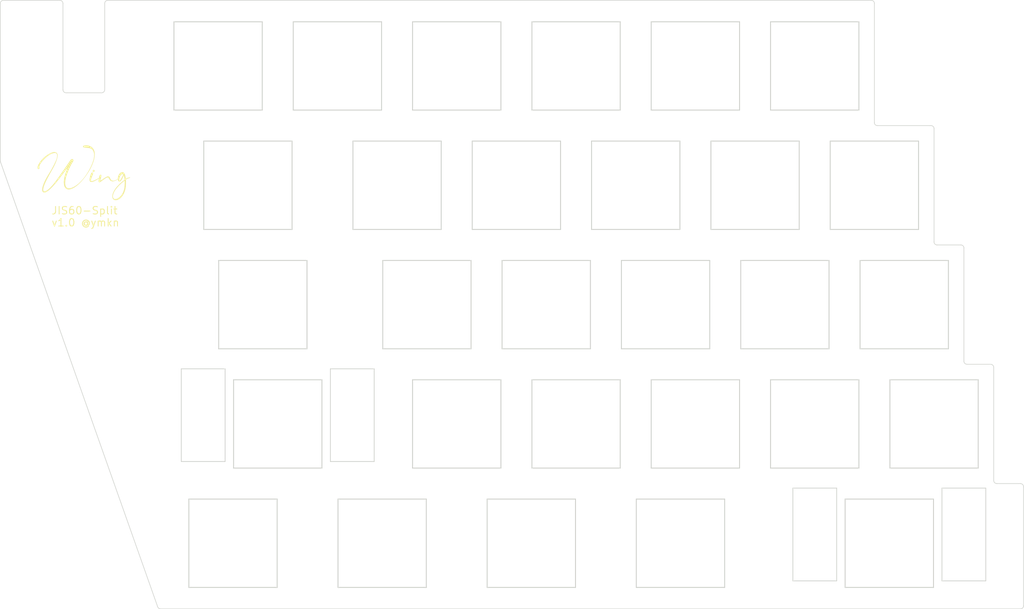
<source format=kicad_pcb>
(kicad_pcb (version 20221018) (generator pcbnew)
  (title_block (title "JIS60-Split_L Top Plate") (date "2023-05-29") (rev "1.0") (company "@ymkn"))
  (layers (0 "F.Cu" signal) (31 "B.Cu" signal) (34 "B.Paste" user) (35 "F.Paste" user) (36 "B.SilkS" user "B.Silkscreen") (37 "F.SilkS" user "F.Silkscreen") (38 "B.Mask" user) (39 "F.Mask" user) (44 "Edge.Cuts" user))
  (net 0 "")
  (footprint "kbd_Hole:m2_Screw_Hole" (layer "F.Cu") (at 142.975 102.98375)
    (fp_text reference "Ref**")
    (fp_text value "Val**")
    (pad "" np_thru_hole circle (at 0 0) (size 2.2 2.2) (drill 2.2) (layers "*.Cu" "*.Mask"))
  )
  (footprint "kbd_Hole:m2_Screw_Hole" (layer "F.Cu") (at 71.5375 103.46)
    (fp_text reference "Ref**")
    (fp_text value "Val**")
    (pad "" np_thru_hole circle (at 0 0) (size 2.2 2.2) (drill 2.2) (layers "*.Cu" "*.Mask"))
  )
  (footprint "kbd_SW_Hole:SW_Hole_1u" (layer "F.Cu") (at 123.825 52.3875)
    (fp_text reference "SW17" hide)
    (fp_text value "SW_Push" hide)
    (fp_line (start -7.05 -7.05) (end 7.05 -7.05) (stroke (width 0.15)) (layer "Edge.Cuts"))
    (fp_line (start -7.05 7.05) (end -7.05 -7.05) (stroke (width 0.15)) (layer "Edge.Cuts"))
    (fp_line (start 7.05 -7.05) (end 7.05 7.05) (stroke (width 0.15)) (layer "Edge.Cuts"))
    (fp_line (start 7.05 7.05) (end -7.05 7.05) (stroke (width 0.15)) (layer "Edge.Cuts"))
  )
  (footprint "kbd_SW_Hole:SW_Hole_1.75u" (layer "F.Cu") (at 64.29375 71.4375)
    (fp_text reference "SW3" hide)
    (fp_text value "SW_Push" hide)
    (fp_line (start -7.05 -7.05) (end 7.05 -7.05) (stroke (width 0.15)) (layer "Edge.Cuts"))
    (fp_line (start -7.05 7.05) (end -7.05 -7.05) (stroke (width 0.15)) (layer "Edge.Cuts"))
    (fp_line (start 7.05 -7.05) (end 7.05 7.05) (stroke (width 0.15)) (layer "Edge.Cuts"))
    (fp_line (start 7.05 7.05) (end -7.05 7.05) (stroke (width 0.15)) (layer "Edge.Cuts"))
  )
  (footprint "kbd_SW_Hole:SW_Hole_1u" (layer "F.Cu") (at 133.35 33.3375)
    (fp_text reference "SW21" hide)
    (fp_text value "SW_Push" hide)
    (fp_line (start -7.05 -7.05) (end 7.05 -7.05) (stroke (width 0.15)) (layer "Edge.Cuts"))
    (fp_line (start -7.05 7.05) (end -7.05 -7.05) (stroke (width 0.15)) (layer "Edge.Cuts"))
    (fp_line (start 7.05 -7.05) (end 7.05 7.05) (stroke (width 0.15)) (layer "Edge.Cuts"))
    (fp_line (start 7.05 7.05) (end -7.05 7.05) (stroke (width 0.15)) (layer "Edge.Cuts"))
  )
  (footprint "kbd_SW_Hole:SW_Hole_1.5u" (layer "F.Cu") (at 61.9125 52.3875)
    (fp_text reference "SW2" hide)
    (fp_text value "SW_Push" hide)
    (fp_line (start -7.05 -7.05) (end 7.05 -7.05) (stroke (width 0.15)) (layer "Edge.Cuts"))
    (fp_line (start -7.05 7.05) (end -7.05 -7.05) (stroke (width 0.15)) (layer "Edge.Cuts"))
    (fp_line (start 7.05 -7.05) (end 7.05 7.05) (stroke (width 0.15)) (layer "Edge.Cuts"))
    (fp_line (start 7.05 7.05) (end -7.05 7.05) (stroke (width 0.15)) (layer "Edge.Cuts"))
  )
  (footprint "kbd_SW_Hole:SW_Hole_1u" (layer "F.Cu") (at 95.25 90.4875)
    (fp_text reference "SW9" hide)
    (fp_text value "SW_Push" hide)
    (fp_line (start -7.05 -7.05) (end 7.05 -7.05) (stroke (width 0.15)) (layer "Edge.Cuts"))
    (fp_line (start -7.05 7.05) (end -7.05 -7.05) (stroke (width 0.15)) (layer "Edge.Cuts"))
    (fp_line (start 7.05 -7.05) (end 7.05 7.05) (stroke (width 0.15)) (layer "Edge.Cuts"))
    (fp_line (start 7.05 7.05) (end -7.05 7.05) (stroke (width 0.15)) (layer "Edge.Cuts"))
  )
  (footprint "kbd_SW_Hole:SW_Hole_1u" (layer "F.Cu") (at 147.6375 71.4375)
    (fp_text reference "SW23" hide)
    (fp_text value "SW_Push" hide)
    (fp_line (start -7.05 -7.05) (end 7.05 -7.05) (stroke (width 0.15)) (layer "Edge.Cuts"))
    (fp_line (start -7.05 7.05) (end -7.05 -7.05) (stroke (width 0.15)) (layer "Edge.Cuts"))
    (fp_line (start 7.05 -7.05) (end 7.05 7.05) (stroke (width 0.15)) (layer "Edge.Cuts"))
    (fp_line (start 7.05 7.05) (end -7.05 7.05) (stroke (width 0.15)) (layer "Edge.Cuts"))
  )
  (footprint "kbd_SW_Hole:SW_Hole_1.25u" (layer "F.Cu") (at 83.34375 109.5375)
    (fp_text reference "SW10" hide)
    (fp_text value "SW_Push" hide)
    (fp_line (start -7.05 -7.05) (end 7.05 -7.05) (stroke (width 0.15)) (layer "Edge.Cuts"))
    (fp_line (start -7.05 7.05) (end -7.05 -7.05) (stroke (width 0.15)) (layer "Edge.Cuts"))
    (fp_line (start 7.05 -7.05) (end 7.05 7.05) (stroke (width 0.15)) (layer "Edge.Cuts"))
    (fp_line (start 7.05 7.05) (end -7.05 7.05) (stroke (width 0.15)) (layer "Edge.Cuts"))
  )
  (footprint "kbd_SW_Hole:SW_Hole_1u" (layer "F.Cu") (at 166.6875 71.4375)
    (fp_text reference "SW28" hide)
    (fp_text value "SW_Push" hide)
    (fp_line (start -7.05 -7.05) (end 7.05 -7.05) (stroke (width 0.15)) (layer "Edge.Cuts"))
    (fp_line (start -7.05 7.05) (end -7.05 -7.05) (stroke (width 0.15)) (layer "Edge.Cuts"))
    (fp_line (start 7.05 -7.05) (end 7.05 7.05) (stroke (width 0.15)) (layer "Edge.Cuts"))
    (fp_line (start 7.05 7.05) (end -7.05 7.05) (stroke (width 0.15)) (layer "Edge.Cuts"))
  )
  (footprint "kbd_SW_Hole:SW_Hole_1u" (layer "F.Cu") (at 109.5375 71.4375)
    (fp_text reference "SW13" hide)
    (fp_text value "SW_Push" hide)
    (fp_line (start -7.05 -7.05) (end 7.05 -7.05) (stroke (width 0.15)) (layer "Edge.Cuts"))
    (fp_line (start -7.05 7.05) (end -7.05 -7.05) (stroke (width 0.15)) (layer "Edge.Cuts"))
    (fp_line (start 7.05 -7.05) (end 7.05 7.05) (stroke (width 0.15)) (layer "Edge.Cuts"))
    (fp_line (start 7.05 7.05) (end -7.05 7.05) (stroke (width 0.15)) (layer "Edge.Cuts"))
  )
  (footprint "kbd_SW_Hole:SW_Hole_1u" (layer "F.Cu") (at 76.2 33.3375)
    (fp_text reference "SW6" hide)
    (fp_text value "SW_Push" hide)
    (fp_line (start -7.05 -7.05) (end 7.05 -7.05) (stroke (width 0.15)) (layer "Edge.Cuts"))
    (fp_line (start -7.05 7.05) (end -7.05 -7.05) (stroke (width 0.15)) (layer "Edge.Cuts"))
    (fp_line (start 7.05 -7.05) (end 7.05 7.05) (stroke (width 0.15)) (layer "Edge.Cuts"))
    (fp_line (start 7.05 7.05) (end -7.05 7.05) (stroke (width 0.15)) (layer "Edge.Cuts"))
  )
  (footprint "kbd_SW_Hole:SW_Hole_1u" (layer "F.Cu") (at 171.45 90.4875)
    (fp_text reference "SW29" hide)
    (fp_text value "SW_Push" hide)
    (fp_line (start -7.05 -7.05) (end 7.05 -7.05) (stroke (width 0.15)) (layer "Edge.Cuts"))
    (fp_line (start -7.05 7.05) (end -7.05 -7.05) (stroke (width 0.15)) (layer "Edge.Cuts"))
    (fp_line (start 7.05 -7.05) (end 7.05 7.05) (stroke (width 0.15)) (layer "Edge.Cuts"))
    (fp_line (start 7.05 7.05) (end -7.05 7.05) (stroke (width 0.15)) (layer "Edge.Cuts"))
  )
  (footprint "kbd_SW_Hole:SW_Hole_1u" (layer "F.Cu") (at 95.25 33.3375)
    (fp_text reference "SW11" hide)
    (fp_text value "SW_Push" hide)
    (fp_line (start -7.05 -7.05) (end 7.05 -7.05) (stroke (width 0.15)) (layer "Edge.Cuts"))
    (fp_line (start -7.05 7.05) (end -7.05 -7.05) (stroke (width 0.15)) (layer "Edge.Cuts"))
    (fp_line (start 7.05 -7.05) (end 7.05 7.05) (stroke (width 0.15)) (layer "Edge.Cuts"))
    (fp_line (start 7.05 7.05) (end -7.05 7.05) (stroke (width 0.15)) (layer "Edge.Cuts"))
  )
  (footprint "kbd_SW_Hole:SW_Hole_1u" (layer "F.Cu") (at 104.775 52.3875)
    (fp_text reference "SW12" hide)
    (fp_text value "SW_Push" hide)
    (fp_line (start -7.05 -7.05) (end 7.05 -7.05) (stroke (width 0.15)) (layer "Edge.Cuts"))
    (fp_line (start -7.05 7.05) (end -7.05 -7.05) (stroke (width 0.15)) (layer "Edge.Cuts"))
    (fp_line (start 7.05 -7.05) (end 7.05 7.05) (stroke (width 0.15)) (layer "Edge.Cuts"))
    (fp_line (start 7.05 7.05) (end -7.05 7.05) (stroke (width 0.15)) (layer "Edge.Cuts"))
  )
  (footprint "kbd_Hole:m2_Screw_Hole" (layer "F.Cu") (at 66.775 42.5)
    (fp_text reference "Ref**")
    (fp_text value "Val**")
    (pad "" np_thru_hole circle (at 0 0) (size 2.2 2.2) (drill 2.2) (layers "*.Cu" "*.Mask"))
  )
  (footprint "kbd_SW_Hole:SW_Hole_1u" (layer "F.Cu") (at 152.4 33.3375)
    (fp_text reference "SW26" hide)
    (fp_text value "SW_Push" hide)
    (fp_line (start -7.05 -7.05) (end 7.05 -7.05) (stroke (width 0.15)) (layer "Edge.Cuts"))
    (fp_line (start -7.05 7.05) (end -7.05 -7.05) (stroke (width 0.15)) (layer "Edge.Cuts"))
    (fp_line (start 7.05 -7.05) (end 7.05 7.05) (stroke (width 0.15)) (layer "Edge.Cuts"))
    (fp_line (start 7.05 7.05) (end -7.05 7.05) (stroke (width 0.15)) (layer "Edge.Cuts"))
  )
  (footprint "kbd_SW_Hole:SW_Hole_1u" (layer "F.Cu") (at 114.3 33.3375)
    (fp_text reference "SW16" hide)
    (fp_text value "SW_Push" hide)
    (fp_line (start -7.05 -7.05) (end 7.05 -7.05) (stroke (width 0.15)) (layer "Edge.Cuts"))
    (fp_line (start -7.05 7.05) (end -7.05 -7.05) (stroke (width 0.15)) (layer "Edge.Cuts"))
    (fp_line (start 7.05 -7.05) (end 7.05 7.05) (stroke (width 0.15)) (layer "Edge.Cuts"))
    (fp_line (start 7.05 7.05) (end -7.05 7.05) (stroke (width 0.15)) (layer "Edge.Cuts"))
  )
  (footprint "kbd_SW_Hole:SW_Hole_1u" (layer "F.Cu") (at 128.5875 71.4375)
    (fp_text reference "SW18" hide)
    (fp_text value "SW_Push" hide)
    (fp_line (start -7.05 -7.05) (end 7.05 -7.05) (stroke (width 0.15)) (layer "Edge.Cuts"))
    (fp_line (start -7.05 7.05) (end -7.05 -7.05) (stroke (width 0.15)) (layer "Edge.Cuts"))
    (fp_line (start 7.05 -7.05) (end 7.05 7.05) (stroke (width 0.15)) (layer "Edge.Cuts"))
    (fp_line (start 7.05 7.05) (end -7.05 7.05) (stroke (width 0.15)) (layer "Edge.Cuts"))
  )
  (footprint "kbd_Hole:m2_Screw_Hole" (layer "F.Cu") (at 152.5 43.4525)
    (fp_text reference "Ref**")
    (fp_text value "Val**")
    (pad "" np_thru_hole circle (at 0 0) (size 2.2 2.2) (drill 2.2) (layers "*.Cu" "*.Mask"))
  )
  (footprint "kbd_SW_Hole:SW_Hole_1u" (layer "F.Cu") (at 57.15 33.3375)
    (fp_text reference "SW1" hide)
    (fp_text value "SW_Push" hide)
    (fp_line (start -7.05 -7.05) (end 7.05 -7.05) (stroke (width 0.15)) (layer "Edge.Cuts"))
    (fp_line (start -7.05 7.05) (end -7.05 -7.05) (stroke (width 0.15)) (layer "Edge.Cuts"))
    (fp_line (start 7.05 -7.05) (end 7.05 7.05) (stroke (width 0.15)) (layer "Edge.Cuts"))
    (fp_line (start 7.05 7.05) (end -7.05 7.05) (stroke (width 0.15)) (layer "Edge.Cuts"))
  )
  (footprint "kbd_SW_Hole:SW_Hole_2u" (layer "F.Cu") (at 66.675 90.4875 180)
    (fp_text reference "SW4" hide)
    (fp_text value "SW_Push" hide)
    (fp_line (start -15.4 -6) (end -8.4 -6) (stroke (width 0.12)) (layer "Edge.Cuts"))
    (fp_line (start -15.4 8.8) (end -15.4 -6) (stroke (width 0.12)) (layer "Edge.Cuts"))
    (fp_line (start -8.4 -6) (end -8.4 8.8) (stroke (width 0.12)) (layer "Edge.Cuts"))
    (fp_line (start -8.4 8.8) (end -15.4 8.8) (stroke (width 0.12)) (layer "Edge.Cuts"))
    (fp_line (start -7.05 -7.05) (end 7.05 -7.05) (stroke (width 0.15)) (layer "Edge.Cuts"))
    (fp_line (start -7.05 7.05) (end -7.05 -7.05) (stroke (width 0.15)) (layer "Edge.Cuts"))
    (fp_line (start 7.05 -7.05) (end 7.05 7.05) (stroke (width 0.15)) (layer "Edge.Cuts"))
    (fp_line (start 7.05 7.05) (end -7.05 7.05) (stroke (width 0.15)) (layer "Edge.Cuts"))
    (fp_line (start 8.4 -6) (end 8.4 8.8) (stroke (width 0.12)) (layer "Edge.Cuts"))
    (fp_line (start 8.4 8.8) (end 15.4 8.8) (stroke (width 0.12)) (layer "Edge.Cuts"))
    (fp_line (start 15.4 -6) (end 8.4 -6) (stroke (width 0.12)) (layer "Edge.Cuts"))
    (fp_line (start 15.4 8.8) (end 15.4 -6) (stroke (width 0.12)) (layer "Edge.Cuts"))
  )
  (footprint "kbd_SW_Hole:SW_Hole_1.25u" (layer "F.Cu") (at 130.96875 109.5375)
    (fp_text reference "SW20" hide)
    (fp_text value "SW_Push" hide)
    (fp_line (start -7.05 -7.05) (end 7.05 -7.05) (stroke (width 0.15)) (layer "Edge.Cuts"))
    (fp_line (start -7.05 7.05) (end -7.05 -7.05) (stroke (width 0.15)) (layer "Edge.Cuts"))
    (fp_line (start 7.05 -7.05) (end 7.05 7.05) (stroke (width 0.15)) (layer "Edge.Cuts"))
    (fp_line (start 7.05 7.05) (end -7.05 7.05) (stroke (width 0.15)) (layer "Edge.Cuts"))
  )
  (footprint "kbd_SW_Hole:SW_Hole_1u" (layer "F.Cu") (at 161.925 52.3875)
    (fp_text reference "SW27" hide)
    (fp_text value "SW_Push" hide)
    (fp_line (start -7.05 -7.05) (end 7.05 -7.05) (stroke (width 0.15)) (layer "Edge.Cuts"))
    (fp_line (start -7.05 7.05) (end -7.05 -7.05) (stroke (width 0.15)) (layer "Edge.Cuts"))
    (fp_line (start 7.05 -7.05) (end 7.05 7.05) (stroke (width 0.15)) (layer "Edge.Cuts"))
    (fp_line (start 7.05 7.05) (end -7.05 7.05) (stroke (width 0.15)) (layer "Edge.Cuts"))
  )
  (footprint "kbd_SW_Hole:SW_Hole_1.25u" (layer "F.Cu") (at 59.53125 109.5375)
    (fp_text reference "SW5" hide)
    (fp_text value "SW_Push" hide)
    (fp_line (start -7.05 -7.05) (end 7.05 -7.05) (stroke (width 0.15)) (layer "Edge.Cuts"))
    (fp_line (start -7.05 7.05) (end -7.05 -7.05) (stroke (width 0.15)) (layer "Edge.Cuts"))
    (fp_line (start 7.05 -7.05) (end 7.05 7.05) (stroke (width 0.15)) (layer "Edge.Cuts"))
    (fp_line (start 7.05 7.05) (end -7.05 7.05) (stroke (width 0.15)) (layer "Edge.Cuts"))
  )
  (footprint "kbd_SW_Hole:SW_Hole_1u" (layer "F.Cu") (at 114.3 90.4875)
    (fp_text reference "SW14" hide)
    (fp_text value "SW_Push" hide)
    (fp_line (start -7.05 -7.05) (end 7.05 -7.05) (stroke (width 0.15)) (layer "Edge.Cuts"))
    (fp_line (start -7.05 7.05) (end -7.05 -7.05) (stroke (width 0.15)) (layer "Edge.Cuts"))
    (fp_line (start 7.05 -7.05) (end 7.05 7.05) (stroke (width 0.15)) (layer "Edge.Cuts"))
    (fp_line (start 7.05 7.05) (end -7.05 7.05) (stroke (width 0.15)) (layer "Edge.Cuts"))
  )
  (footprint "kbd_SW_Hole:SW_Hole_1.25u" (layer "F.Cu") (at 107.15625 109.5375)
    (fp_text reference "SW15" hide)
    (fp_text value "SW_Push" hide)
    (fp_line (start -7.05 -7.05) (end 7.05 -7.05) (stroke (width 0.15)) (layer "Edge.Cuts"))
    (fp_line (start -7.05 7.05) (end -7.05 -7.05) (stroke (width 0.15)) (layer "Edge.Cuts"))
    (fp_line (start 7.05 -7.05) (end 7.05 7.05) (stroke (width 0.15)) (layer "Edge.Cuts"))
    (fp_line (start 7.05 7.05) (end -7.05 7.05) (stroke (width 0.15)) (layer "Edge.Cuts"))
  )
  (footprint "kbd_SW_Hole:SW_Hole_1u" (layer "F.Cu") (at 133.35 90.4875)
    (fp_text reference "SW19" hide)
    (fp_text value "SW_Push" hide)
    (fp_line (start -7.05 -7.05) (end 7.05 -7.05) (stroke (width 0.15)) (layer "Edge.Cuts"))
    (fp_line (start -7.05 7.05) (end -7.05 -7.05) (stroke (width 0.15)) (layer "Edge.Cuts"))
    (fp_line (start 7.05 -7.05) (end 7.05 7.05) (stroke (width 0.15)) (layer "Edge.Cuts"))
    (fp_line (start 7.05 7.05) (end -7.05 7.05) (stroke (width 0.15)) (layer "Edge.Cuts"))
  )
  (footprint "kbd_SW_Hole:SW_Hole_1u" (layer "F.Cu") (at 85.725 52.3875)
    (fp_text reference "SW7" hide)
    (fp_text value "SW_Push" hide)
    (fp_line (start -7.05 -7.05) (end 7.05 -7.05) (stroke (width 0.15)) (layer "Edge.Cuts"))
    (fp_line (start -7.05 7.05) (end -7.05 -7.05) (stroke (width 0.15)) (layer "Edge.Cuts"))
    (fp_line (start 7.05 -7.05) (end 7.05 7.05) (stroke (width 0.15)) (layer "Edge.Cuts"))
    (fp_line (start 7.05 7.05) (end -7.05 7.05) (stroke (width 0.15)) (layer "Edge.Cuts"))
  )
  (footprint "kbd_SW_Hole:SW_Hole_2.25u" (layer "F.Cu") (at 164.30625 109.5375 180)
    (fp_text reference "SW25" hide)
    (fp_text value "SW_Push" hide)
    (fp_line (start -15.4 -6) (end -8.4 -6) (stroke (width 0.12)) (layer "Edge.Cuts"))
    (fp_line (start -15.4 8.8) (end -15.4 -6) (stroke (width 0.12)) (layer "Edge.Cuts"))
    (fp_line (start -8.4 -6) (end -8.4 8.8) (stroke (width 0.12)) (layer "Edge.Cuts"))
    (fp_line (start -8.4 8.8) (end -15.4 8.8) (stroke (width 0.12)) (layer "Edge.Cuts"))
    (fp_line (start -7.05 -7.05) (end 7.05 -7.05) (stroke (width 0.15)) (layer "Edge.Cuts"))
    (fp_line (start -7.05 7.05) (end -7.05 -7.05) (stroke (width 0.15)) (layer "Edge.Cuts"))
    (fp_line (start 7.05 -7.05) (end 7.05 7.05) (stroke (width 0.15)) (layer "Edge.Cuts"))
    (fp_line (start 7.05 7.05) (end -7.05 7.05) (stroke (width 0.15)) (layer "Edge.Cuts"))
    (fp_line (start 8.4 -6) (end 8.4 8.8) (stroke (width 0.12)) (layer "Edge.Cuts"))
    (fp_line (start 8.4 8.8) (end 15.4 8.8) (stroke (width 0.12)) (layer "Edge.Cuts"))
    (fp_line (start 15.4 -6) (end 8.4 -6) (stroke (width 0.12)) (layer "Edge.Cuts"))
    (fp_line (start 15.4 8.8) (end 15.4 -6) (stroke (width 0.12)) (layer "Edge.Cuts"))
  )
  (footprint "kbd_SW_Hole:SW_Hole_1u" (layer "F.Cu") (at 142.875 52.3875)
    (fp_text reference "SW22" hide)
    (fp_text value "SW_Push" hide)
    (fp_line (start -7.05 -7.05) (end 7.05 -7.05) (stroke (width 0.15)) (layer "Edge.Cuts"))
    (fp_line (start -7.05 7.05) (end -7.05 -7.05) (stroke (width 0.15)) (layer "Edge.Cuts"))
    (fp_line (start 7.05 -7.05) (end 7.05 7.05) (stroke (width 0.15)) (layer "Edge.Cuts"))
    (fp_line (start 7.05 7.05) (end -7.05 7.05) (stroke (width 0.15)) (layer "Edge.Cuts"))
  )
  (footprint "kbd_SW_Hole:SW_Hole_1u" (layer "F.Cu") (at 152.4 90.4875)
    (fp_text reference "SW24" hide)
    (fp_text value "SW_Push" hide)
    (fp_line (start -7.05 -7.05) (end 7.05 -7.05) (stroke (width 0.15)) (layer "Edge.Cuts"))
    (fp_line (start -7.05 7.05) (end -7.05 -7.05) (stroke (width 0.15)) (layer "Edge.Cuts"))
    (fp_line (start 7.05 -7.05) (end 7.05 7.05) (stroke (width 0.15)) (layer "Edge.Cuts"))
    (fp_line (start 7.05 7.05) (end -7.05 7.05) (stroke (width 0.15)) (layer "Edge.Cuts"))
  )
  (footprint "kbd_SW_Hole:SW_Hole_1u" (layer "F.Cu") (at 90.4875 71.4375)
    (fp_text reference "SW8" hide)
    (fp_text value "SW_Push" hide)
    (fp_line (start -7.05 -7.05) (end 7.05 -7.05) (stroke (width 0.15)) (layer "Edge.Cuts"))
    (fp_line (start -7.05 7.05) (end -7.05 -7.05) (stroke (width 0.15)) (layer "Edge.Cuts"))
    (fp_line (start 7.05 -7.05) (end 7.05 7.05) (stroke (width 0.15)) (layer "Edge.Cuts"))
    (fp_line (start 7.05 7.05) (end -7.05 7.05) (stroke (width 0.15)) (layer "Edge.Cuts"))
  )
  (footprint "JIS60-Split_Logo:JIS60-Split_Logo" (layer "F.Cu") (at 35.71875 50.4825)
    (fp_text reference "G***" hide)
    (fp_text value "LOGO" hide)
  )
  (gr_line (start 32.885 37.62375) (end 38.5525 37.62375) (stroke (width 0.1)) (layer "Edge.Cuts"))
  (gr_line (start 32.385 23.36) (end 32.385 37.12375) (stroke (width 0.1)) (layer "Edge.Cuts"))
  (gr_arc (start 22.38375 23.36) (mid 22.530197 23.006447) (end 22.88375 22.86) (stroke (width 0.1)) (layer "Edge.Cuts"))
  (gr_arc (start 39.0525 37.12375) (mid 38.906036 37.477271) (end 38.5525 37.62375) (stroke (width 0.1)) (layer "Edge.Cuts"))
  (gr_arc (start 185.2375 100.0125) (mid 185.591053 100.158947) (end 185.7375 100.5125) (stroke (width 0.1)) (layer "Edge.Cuts"))
  (gr_line (start 22.38375 48.490673) (end 22.38375 23.36) (stroke (width 0.1)) (layer "Edge.Cuts"))
  (gr_line (start 22.88375 22.86) (end 31.885 22.86) (stroke (width 0.1)) (layer "Edge.Cuts"))
  (gr_line (start 181.475 100.0125) (end 185.2375 100.0125) (stroke (width 0.1)) (layer "Edge.Cuts"))
  (gr_line (start 185.2375 120.015) (end 47.978629 120.015) (stroke (width 0.1)) (layer "Edge.Cuts"))
  (gr_arc (start 32.885 37.62375) (mid 32.531447 37.477303) (end 32.385 37.12375) (stroke (width 0.1)) (layer "Edge.Cuts"))
  (gr_arc (start 180.475 80.9625) (mid 180.828553 81.108947) (end 180.975 81.4625) (stroke (width 0.1)) (layer "Edge.Cuts"))
  (gr_arc (start 170.97375 42.8625) (mid 171.31051 43.00199) (end 171.45 43.33875) (stroke (width 0.1)) (layer "Edge.Cuts"))
  (gr_line (start 39.5525 22.86) (end 161.425 22.86) (stroke (width 0.1)) (layer "Edge.Cuts"))
  (gr_arc (start 181.475 100.0125) (mid 181.121447 99.866053) (end 180.975 99.5125) (stroke (width 0.1)) (layer "Edge.Cuts"))
  (gr_arc (start 185.7375 119.515) (mid 185.591053 119.868553) (end 185.2375 120.015) (stroke (width 0.1)) (layer "Edge.Cuts"))
  (gr_arc (start 31.885 22.86) (mid 32.238553 23.006447) (end 32.385 23.36) (stroke (width 0.1)) (layer "Edge.Cuts"))
  (gr_arc (start 171.92625 61.9125) (mid 171.58949 61.77301) (end 171.45 61.43625) (stroke (width 0.1)) (layer "Edge.Cuts"))
  (gr_arc (start 161.425 22.86) (mid 161.778553 23.006447) (end 161.925 23.36) (stroke (width 0.1)) (layer "Edge.Cuts"))
  (gr_arc (start 47.978629 120.015) (mid 47.689913 119.923219) (end 47.507191 119.681572) (stroke (width 0.1)) (layer "Edge.Cuts"))
  (gr_line (start 47.507191 119.681572) (end 22.413023 48.659244) (stroke (width 0.1)) (layer "Edge.Cuts"))
  (gr_line (start 171.92625 61.9125) (end 175.73625 61.9125) (stroke (width 0.1)) (layer "Edge.Cuts"))
  (gr_line (start 176.7125 80.9625) (end 180.475 80.9625) (stroke (width 0.1)) (layer "Edge.Cuts"))
  (gr_line (start 176.2125 62.38875) (end 176.2125 80.4625) (stroke (width 0.1)) (layer "Edge.Cuts"))
  (gr_arc (start 22.413023 48.659244) (mid 22.391123 48.57622) (end 22.38375 48.490673) (stroke (width 0.1)) (layer "Edge.Cuts"))
  (gr_line (start 185.7375 100.5125) (end 185.7375 119.515) (stroke (width 0.1)) (layer "Edge.Cuts"))
  (gr_arc (start 162.40125 42.8625) (mid 162.06449 42.72301) (end 161.925 42.38625) (stroke (width 0.1)) (layer "Edge.Cuts"))
  (gr_line (start 162.40125 42.8625) (end 170.97375 42.8625) (stroke (width 0.1)) (layer "Edge.Cuts"))
  (gr_arc (start 39.0525 23.36) (mid 39.198947 23.006447) (end 39.5525 22.86) (stroke (width 0.1)) (layer "Edge.Cuts"))
  (gr_line (start 39.0525 37.12375) (end 39.0525 23.36) (stroke (width 0.1)) (layer "Edge.Cuts"))
  (gr_arc (start 176.7125 80.9625) (mid 176.358947 80.816053) (end 176.2125 80.4625) (stroke (width 0.1)) (layer "Edge.Cuts"))
  (gr_line (start 180.975 81.4625) (end 180.975 99.5125) (stroke (width 0.1)) (layer "Edge.Cuts"))
  (gr_arc (start 175.73625 61.9125) (mid 176.07301 62.05199) (end 176.2125 62.38875) (stroke (width 0.1)) (layer "Edge.Cuts"))
  (gr_line (start 161.925 23.36) (end 161.925 42.38625) (stroke (width 0.1)) (layer "Edge.Cuts"))
  (gr_line (start 171.45 43.33875) (end 171.45 61.43625) (stroke (width 0.1)) (layer "Edge.Cuts"))
  (gr_text "JIS60-Split\nv1.0 @ymkn" (at 30.48 59.055) (layer "F.SilkS") (effects (font (size 1.2 1.2)) (justify left bottom)))
)
</source>
